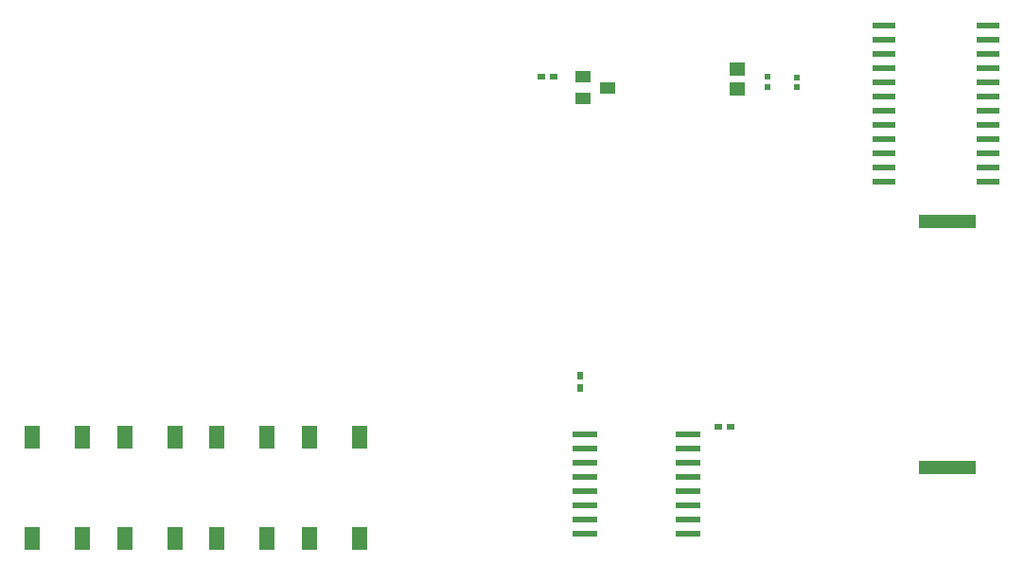
<source format=gtp>
G04*
G04 #@! TF.GenerationSoftware,Altium Limited,Altium Designer,25.8.1 (18)*
G04*
G04 Layer_Color=8421504*
%FSLAX25Y25*%
%MOIN*%
G70*
G04*
G04 #@! TF.SameCoordinates,88319C62-EFB5-4932-9794-969BEDCF7067*
G04*
G04*
G04 #@! TF.FilePolarity,Positive*
G04*
G01*
G75*
G04:AMPARAMS|DCode=14|XSize=80.71mil|YSize=23.23mil|CornerRadius=2.9mil|HoleSize=0mil|Usage=FLASHONLY|Rotation=180.000|XOffset=0mil|YOffset=0mil|HoleType=Round|Shape=RoundedRectangle|*
%AMROUNDEDRECTD14*
21,1,0.08071,0.01742,0,0,180.0*
21,1,0.07490,0.02323,0,0,180.0*
1,1,0.00581,-0.03745,0.00871*
1,1,0.00581,0.03745,0.00871*
1,1,0.00581,0.03745,-0.00871*
1,1,0.00581,-0.03745,-0.00871*
%
%ADD14ROUNDEDRECTD14*%
%ADD15R,0.08661X0.02362*%
%ADD16R,0.02362X0.02205*%
%ADD17R,0.05512X0.08268*%
%ADD18R,0.02441X0.02362*%
%ADD19R,0.05787X0.04528*%
%ADD20R,0.02953X0.02362*%
%ADD21R,0.02362X0.02953*%
%ADD22R,0.20000X0.05000*%
%ADD23R,0.05512X0.03937*%
D14*
X443173Y360500D02*
D03*
X479827Y305500D02*
D03*
Y360500D02*
D03*
Y310500D02*
D03*
Y315500D02*
D03*
Y320500D02*
D03*
Y325500D02*
D03*
Y330500D02*
D03*
Y335500D02*
D03*
Y340500D02*
D03*
Y345500D02*
D03*
Y350500D02*
D03*
Y355500D02*
D03*
X443173D02*
D03*
Y350500D02*
D03*
Y345500D02*
D03*
Y340500D02*
D03*
Y335500D02*
D03*
Y330500D02*
D03*
Y325500D02*
D03*
Y320500D02*
D03*
Y315500D02*
D03*
Y310500D02*
D03*
Y305500D02*
D03*
D15*
X374000Y216500D02*
D03*
Y211500D02*
D03*
X337779Y181500D02*
D03*
X374000Y186500D02*
D03*
X337779D02*
D03*
Y196500D02*
D03*
X374000Y181500D02*
D03*
X337779Y191500D02*
D03*
X374000D02*
D03*
Y196500D02*
D03*
Y206500D02*
D03*
X337779Y201500D02*
D03*
Y206500D02*
D03*
Y216500D02*
D03*
X374000Y201500D02*
D03*
X337779Y211500D02*
D03*
D16*
X412500Y342213D02*
D03*
Y338787D02*
D03*
D17*
X143142Y179587D02*
D03*
X160858D02*
D03*
X143142Y215413D02*
D03*
X160858D02*
D03*
X175642Y179587D02*
D03*
X193358D02*
D03*
X175642Y215413D02*
D03*
X193358D02*
D03*
X208142Y179587D02*
D03*
X225858D02*
D03*
X208142Y215413D02*
D03*
X225858D02*
D03*
X240642Y179587D02*
D03*
X258358D02*
D03*
X240642Y215413D02*
D03*
X258358D02*
D03*
D18*
X402280Y342357D02*
D03*
Y338735D02*
D03*
D19*
X391500Y338035D02*
D03*
Y344965D02*
D03*
D20*
X389165Y219000D02*
D03*
X384835D02*
D03*
X326665Y342500D02*
D03*
X322335D02*
D03*
D21*
X336000Y237165D02*
D03*
Y232835D02*
D03*
D22*
X465500Y291248D02*
D03*
Y204752D02*
D03*
D23*
X345831Y338500D02*
D03*
X337169Y334760D02*
D03*
Y342240D02*
D03*
M02*

</source>
